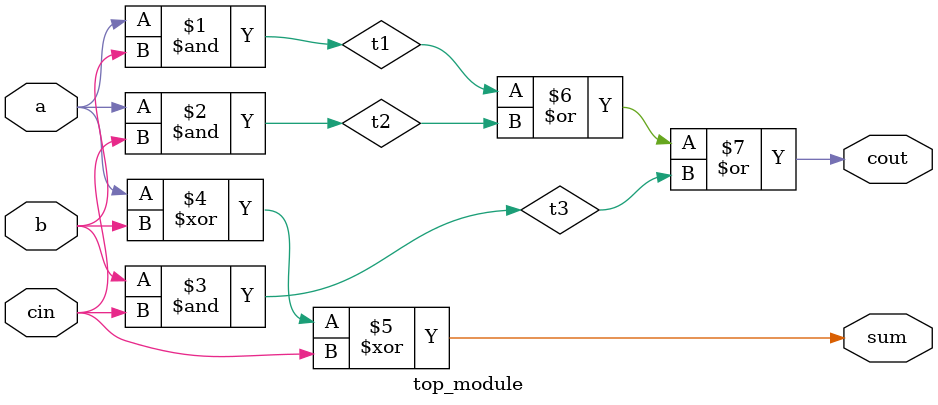
<source format=v>
module top_module( 
    input a, b, cin,
    output cout, sum );
    wire t1,t2,t3;
    assign t1 = a & b;
    assign t2 = a & cin;
    assign t3 = b & cin;
    assign sum = a ^ b ^ cin;
    assign cout = t1 | t2 | t3;

endmodule
</source>
